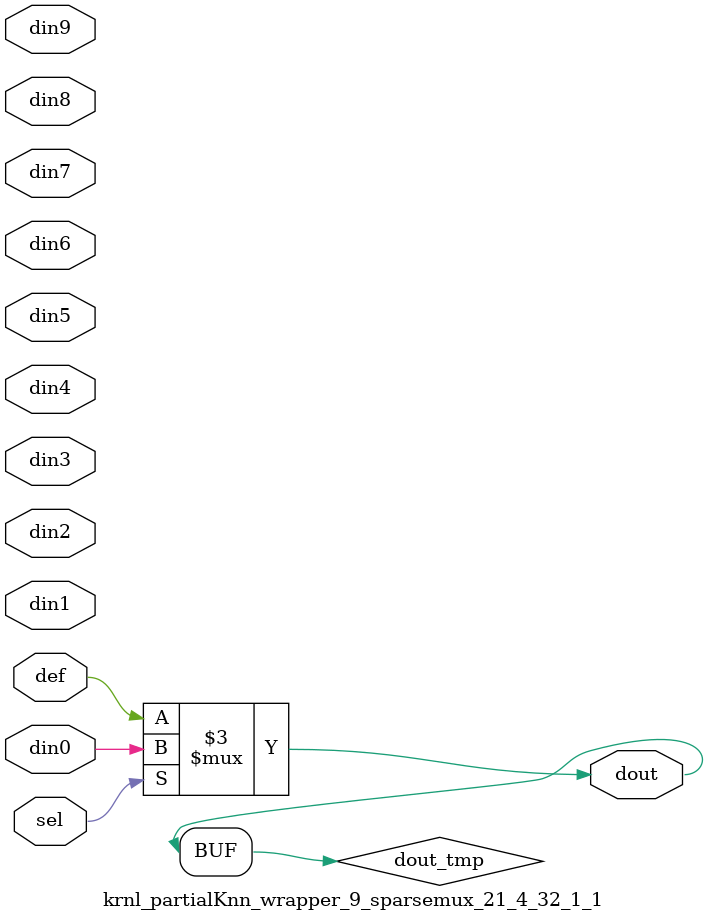
<source format=v>
`timescale 1 ns / 1 ps
module krnl_partialKnn_wrapper_9_sparsemux_21_4_32_1_1 (din0,din1,din2,din3,din4,din5,din6,din7,din8,din9,def,sel,dout);
parameter din0_WIDTH = 1;
parameter din1_WIDTH = 1;
parameter din2_WIDTH = 1;
parameter din3_WIDTH = 1;
parameter din4_WIDTH = 1;
parameter din5_WIDTH = 1;
parameter din6_WIDTH = 1;
parameter din7_WIDTH = 1;
parameter din8_WIDTH = 1;
parameter din9_WIDTH = 1;
parameter def_WIDTH = 1;
parameter sel_WIDTH = 1;
parameter dout_WIDTH = 1;
parameter [sel_WIDTH-1:0] CASE0 = 1;
parameter [sel_WIDTH-1:0] CASE1 = 1;
parameter [sel_WIDTH-1:0] CASE2 = 1;
parameter [sel_WIDTH-1:0] CASE3 = 1;
parameter [sel_WIDTH-1:0] CASE4 = 1;
parameter [sel_WIDTH-1:0] CASE5 = 1;
parameter [sel_WIDTH-1:0] CASE6 = 1;
parameter [sel_WIDTH-1:0] CASE7 = 1;
parameter [sel_WIDTH-1:0] CASE8 = 1;
parameter [sel_WIDTH-1:0] CASE9 = 1;
parameter ID = 1;
parameter NUM_STAGE = 1;
input [din0_WIDTH-1:0] din0;
input [din1_WIDTH-1:0] din1;
input [din2_WIDTH-1:0] din2;
input [din3_WIDTH-1:0] din3;
input [din4_WIDTH-1:0] din4;
input [din5_WIDTH-1:0] din5;
input [din6_WIDTH-1:0] din6;
input [din7_WIDTH-1:0] din7;
input [din8_WIDTH-1:0] din8;
input [din9_WIDTH-1:0] din9;
input [def_WIDTH-1:0] def;
input [sel_WIDTH-1:0] sel;
output [dout_WIDTH-1:0] dout;
reg [dout_WIDTH-1:0] dout_tmp;
always @ (*) begin
case (sel)
    
    CASE0 : dout_tmp = din0;
    
    CASE1 : dout_tmp = din1;
    
    CASE2 : dout_tmp = din2;
    
    CASE3 : dout_tmp = din3;
    
    CASE4 : dout_tmp = din4;
    
    CASE5 : dout_tmp = din5;
    
    CASE6 : dout_tmp = din6;
    
    CASE7 : dout_tmp = din7;
    
    CASE8 : dout_tmp = din8;
    
    CASE9 : dout_tmp = din9;
    
    default : dout_tmp = def;
endcase
end
assign dout = dout_tmp;
endmodule
</source>
